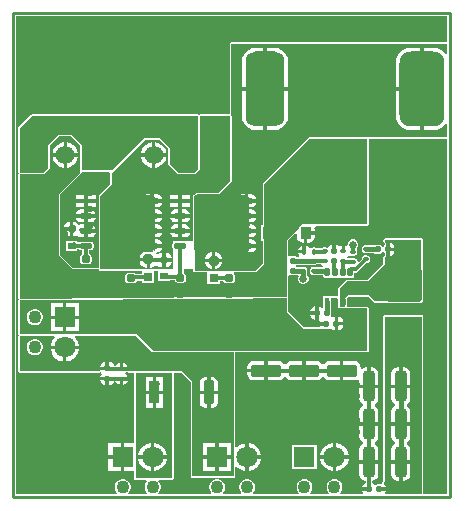
<source format=gtl>
G04*
G04 #@! TF.GenerationSoftware,Altium Limited,Altium Designer,24.6.1 (21)*
G04*
G04 Layer_Physical_Order=1*
G04 Layer_Color=255*
%FSLAX44Y44*%
%MOMM*%
G71*
G04*
G04 #@! TF.SameCoordinates,BDBC2BC3-1C69-4059-88BB-952B3CEC59DC*
G04*
G04*
G04 #@! TF.FilePolarity,Positive*
G04*
G01*
G75*
%ADD14C,0.2540*%
G04:AMPARAMS|DCode=17|XSize=3.3mm|YSize=6.35mm|CornerRadius=0.825mm|HoleSize=0mm|Usage=FLASHONLY|Rotation=0.000|XOffset=0mm|YOffset=0mm|HoleType=Round|Shape=RoundedRectangle|*
%AMROUNDEDRECTD17*
21,1,3.3000,4.7000,0,0,0.0*
21,1,1.6500,6.3500,0,0,0.0*
1,1,1.6500,0.8250,-2.3500*
1,1,1.6500,-0.8250,-2.3500*
1,1,1.6500,-0.8250,2.3500*
1,1,1.6500,0.8250,2.3500*
%
%ADD17ROUNDEDRECTD17*%
G04:AMPARAMS|DCode=18|XSize=3.81mm|YSize=6.35mm|CornerRadius=0.9525mm|HoleSize=0mm|Usage=FLASHONLY|Rotation=0.000|XOffset=0mm|YOffset=0mm|HoleType=Round|Shape=RoundedRectangle|*
%AMROUNDEDRECTD18*
21,1,3.8100,4.4450,0,0,0.0*
21,1,1.9050,6.3500,0,0,0.0*
1,1,1.9050,0.9525,-2.2225*
1,1,1.9050,-0.9525,-2.2225*
1,1,1.9050,-0.9525,2.2225*
1,1,1.9050,0.9525,2.2225*
%
%ADD18ROUNDEDRECTD18*%
%ADD19R,3.3000X4.0600*%
G04:AMPARAMS|DCode=20|XSize=0.54mm|YSize=0.5mm|CornerRadius=0.125mm|HoleSize=0mm|Usage=FLASHONLY|Rotation=180.000|XOffset=0mm|YOffset=0mm|HoleType=Round|Shape=RoundedRectangle|*
%AMROUNDEDRECTD20*
21,1,0.5400,0.2500,0,0,180.0*
21,1,0.2900,0.5000,0,0,180.0*
1,1,0.2500,-0.1450,0.1250*
1,1,0.2500,0.1450,0.1250*
1,1,0.2500,0.1450,-0.1250*
1,1,0.2500,-0.1450,-0.1250*
%
%ADD20ROUNDEDRECTD20*%
G04:AMPARAMS|DCode=21|XSize=0.45mm|YSize=0.4mm|CornerRadius=0.1mm|HoleSize=0mm|Usage=FLASHONLY|Rotation=180.000|XOffset=0mm|YOffset=0mm|HoleType=Round|Shape=RoundedRectangle|*
%AMROUNDEDRECTD21*
21,1,0.4500,0.2000,0,0,180.0*
21,1,0.2500,0.4000,0,0,180.0*
1,1,0.2000,-0.1250,0.1000*
1,1,0.2000,0.1250,0.1000*
1,1,0.2000,0.1250,-0.1000*
1,1,0.2000,-0.1250,-0.1000*
%
%ADD21ROUNDEDRECTD21*%
G04:AMPARAMS|DCode=22|XSize=2.6mm|YSize=1mm|CornerRadius=0.25mm|HoleSize=0mm|Usage=FLASHONLY|Rotation=270.000|XOffset=0mm|YOffset=0mm|HoleType=Round|Shape=RoundedRectangle|*
%AMROUNDEDRECTD22*
21,1,2.6000,0.5000,0,0,270.0*
21,1,2.1000,1.0000,0,0,270.0*
1,1,0.5000,-0.2500,-1.0500*
1,1,0.5000,-0.2500,1.0500*
1,1,0.5000,0.2500,1.0500*
1,1,0.5000,0.2500,-1.0500*
%
%ADD22ROUNDEDRECTD22*%
G04:AMPARAMS|DCode=23|XSize=0.54mm|YSize=0.5mm|CornerRadius=0.125mm|HoleSize=0mm|Usage=FLASHONLY|Rotation=270.000|XOffset=0mm|YOffset=0mm|HoleType=Round|Shape=RoundedRectangle|*
%AMROUNDEDRECTD23*
21,1,0.5400,0.2500,0,0,270.0*
21,1,0.2900,0.5000,0,0,270.0*
1,1,0.2500,-0.1250,-0.1450*
1,1,0.2500,-0.1250,0.1450*
1,1,0.2500,0.1250,0.1450*
1,1,0.2500,0.1250,-0.1450*
%
%ADD23ROUNDEDRECTD23*%
G04:AMPARAMS|DCode=24|XSize=3.05mm|YSize=2.8mm|CornerRadius=0.14mm|HoleSize=0mm|Usage=FLASHONLY|Rotation=0.000|XOffset=0mm|YOffset=0mm|HoleType=Round|Shape=RoundedRectangle|*
%AMROUNDEDRECTD24*
21,1,3.0500,2.5200,0,0,0.0*
21,1,2.7700,2.8000,0,0,0.0*
1,1,0.2800,1.3850,-1.2600*
1,1,0.2800,-1.3850,-1.2600*
1,1,0.2800,-1.3850,1.2600*
1,1,0.2800,1.3850,1.2600*
%
%ADD24ROUNDEDRECTD24*%
G04:AMPARAMS|DCode=25|XSize=0.45mm|YSize=0.75mm|CornerRadius=0.1125mm|HoleSize=0mm|Usage=FLASHONLY|Rotation=180.000|XOffset=0mm|YOffset=0mm|HoleType=Round|Shape=RoundedRectangle|*
%AMROUNDEDRECTD25*
21,1,0.4500,0.5250,0,0,180.0*
21,1,0.2250,0.7500,0,0,180.0*
1,1,0.2250,-0.1125,0.2625*
1,1,0.2250,0.1125,0.2625*
1,1,0.2250,0.1125,-0.2625*
1,1,0.2250,-0.1125,-0.2625*
%
%ADD25ROUNDEDRECTD25*%
%ADD26R,0.4500X0.7500*%
G04:AMPARAMS|DCode=27|XSize=0.45mm|YSize=0.4mm|CornerRadius=0.1mm|HoleSize=0mm|Usage=FLASHONLY|Rotation=270.000|XOffset=0mm|YOffset=0mm|HoleType=Round|Shape=RoundedRectangle|*
%AMROUNDEDRECTD27*
21,1,0.4500,0.2000,0,0,270.0*
21,1,0.2500,0.4000,0,0,270.0*
1,1,0.2000,-0.1000,-0.1250*
1,1,0.2000,-0.1000,0.1250*
1,1,0.2000,0.1000,0.1250*
1,1,0.2000,0.1000,-0.1250*
%
%ADD27ROUNDEDRECTD27*%
G04:AMPARAMS|DCode=28|XSize=2.6mm|YSize=1mm|CornerRadius=0.25mm|HoleSize=0mm|Usage=FLASHONLY|Rotation=0.000|XOffset=0mm|YOffset=0mm|HoleType=Round|Shape=RoundedRectangle|*
%AMROUNDEDRECTD28*
21,1,2.6000,0.5000,0,0,0.0*
21,1,2.1000,1.0000,0,0,0.0*
1,1,0.5000,1.0500,-0.2500*
1,1,0.5000,-1.0500,-0.2500*
1,1,0.5000,-1.0500,0.2500*
1,1,0.5000,1.0500,0.2500*
%
%ADD28ROUNDEDRECTD28*%
%ADD29R,0.9000X1.1000*%
G04:AMPARAMS|DCode=30|XSize=1.1mm|YSize=0.9mm|CornerRadius=0.225mm|HoleSize=0mm|Usage=FLASHONLY|Rotation=90.000|XOffset=0mm|YOffset=0mm|HoleType=Round|Shape=RoundedRectangle|*
%AMROUNDEDRECTD30*
21,1,1.1000,0.4500,0,0,90.0*
21,1,0.6500,0.9000,0,0,90.0*
1,1,0.4500,0.2250,0.3250*
1,1,0.4500,0.2250,-0.3250*
1,1,0.4500,-0.2250,-0.3250*
1,1,0.4500,-0.2250,0.3250*
%
%ADD30ROUNDEDRECTD30*%
G04:AMPARAMS|DCode=31|XSize=2.5mm|YSize=1mm|CornerRadius=0.25mm|HoleSize=0mm|Usage=FLASHONLY|Rotation=0.000|XOffset=0mm|YOffset=0mm|HoleType=Round|Shape=RoundedRectangle|*
%AMROUNDEDRECTD31*
21,1,2.5000,0.5000,0,0,0.0*
21,1,2.0000,1.0000,0,0,0.0*
1,1,0.5000,1.0000,-0.2500*
1,1,0.5000,-1.0000,-0.2500*
1,1,0.5000,-1.0000,0.2500*
1,1,0.5000,1.0000,0.2500*
%
%ADD31ROUNDEDRECTD31*%
G04:AMPARAMS|DCode=32|XSize=0.75mm|YSize=0.6mm|CornerRadius=0.15mm|HoleSize=0mm|Usage=FLASHONLY|Rotation=180.000|XOffset=0mm|YOffset=0mm|HoleType=Round|Shape=RoundedRectangle|*
%AMROUNDEDRECTD32*
21,1,0.7500,0.3000,0,0,180.0*
21,1,0.4500,0.6000,0,0,180.0*
1,1,0.3000,-0.2250,0.1500*
1,1,0.3000,0.2250,0.1500*
1,1,0.3000,0.2250,-0.1500*
1,1,0.3000,-0.2250,-0.1500*
%
%ADD32ROUNDEDRECTD32*%
%ADD33R,0.7000X0.6000*%
G04:AMPARAMS|DCode=34|XSize=0.7mm|YSize=0.6mm|CornerRadius=0.15mm|HoleSize=0mm|Usage=FLASHONLY|Rotation=180.000|XOffset=0mm|YOffset=0mm|HoleType=Round|Shape=RoundedRectangle|*
%AMROUNDEDRECTD34*
21,1,0.7000,0.3000,0,0,180.0*
21,1,0.4000,0.6000,0,0,180.0*
1,1,0.3000,-0.2000,0.1500*
1,1,0.3000,0.2000,0.1500*
1,1,0.3000,0.2000,-0.1500*
1,1,0.3000,-0.2000,-0.1500*
%
%ADD34ROUNDEDRECTD34*%
G04:AMPARAMS|DCode=35|XSize=3.25mm|YSize=1.95mm|CornerRadius=0.25mm|HoleSize=0mm|Usage=FLASHONLY|Rotation=180.000|XOffset=0mm|YOffset=0mm|HoleType=Round|Shape=RoundedRectangle|*
%AMROUNDEDRECTD35*
21,1,3.2500,1.4500,0,0,180.0*
21,1,2.7500,1.9500,0,0,180.0*
1,1,0.5000,-1.3750,0.7250*
1,1,0.5000,1.3750,0.7250*
1,1,0.5000,1.3750,-0.7250*
1,1,0.5000,-1.3750,-0.7250*
%
%ADD35ROUNDEDRECTD35*%
G04:AMPARAMS|DCode=36|XSize=0.9mm|YSize=1.95mm|CornerRadius=0.11mm|HoleSize=0mm|Usage=FLASHONLY|Rotation=180.000|XOffset=0mm|YOffset=0mm|HoleType=Round|Shape=RoundedRectangle|*
%AMROUNDEDRECTD36*
21,1,0.9000,1.7300,0,0,180.0*
21,1,0.6800,1.9500,0,0,180.0*
1,1,0.2200,-0.3400,0.8650*
1,1,0.2200,0.3400,0.8650*
1,1,0.2200,0.3400,-0.8650*
1,1,0.2200,-0.3400,-0.8650*
%
%ADD36ROUNDEDRECTD36*%
%ADD37R,0.9000X1.9500*%
G04:AMPARAMS|DCode=38|XSize=0.45mm|YSize=1.05mm|CornerRadius=0.1125mm|HoleSize=0mm|Usage=FLASHONLY|Rotation=90.000|XOffset=0mm|YOffset=0mm|HoleType=Round|Shape=RoundedRectangle|*
%AMROUNDEDRECTD38*
21,1,0.4500,0.8250,0,0,90.0*
21,1,0.2250,1.0500,0,0,90.0*
1,1,0.2250,0.4125,0.1125*
1,1,0.2250,0.4125,-0.1125*
1,1,0.2250,-0.4125,-0.1125*
1,1,0.2250,-0.4125,0.1125*
%
%ADD38ROUNDEDRECTD38*%
%ADD39R,1.0500X0.4500*%
G04:AMPARAMS|DCode=40|XSize=4.7mm|YSize=4.5mm|CornerRadius=0.1125mm|HoleSize=0mm|Usage=FLASHONLY|Rotation=270.000|XOffset=0mm|YOffset=0mm|HoleType=Round|Shape=RoundedRectangle|*
%AMROUNDEDRECTD40*
21,1,4.7000,4.2750,0,0,270.0*
21,1,4.4750,4.5000,0,0,270.0*
1,1,0.2250,-2.1375,-2.2375*
1,1,0.2250,-2.1375,2.2375*
1,1,0.2250,2.1375,2.2375*
1,1,0.2250,2.1375,-2.2375*
%
%ADD40ROUNDEDRECTD40*%
G04:AMPARAMS|DCode=41|XSize=0.8mm|YSize=0.8mm|CornerRadius=0.2mm|HoleSize=0mm|Usage=FLASHONLY|Rotation=90.000|XOffset=0mm|YOffset=0mm|HoleType=Round|Shape=RoundedRectangle|*
%AMROUNDEDRECTD41*
21,1,0.8000,0.4000,0,0,90.0*
21,1,0.4000,0.8000,0,0,90.0*
1,1,0.4000,0.2000,0.2000*
1,1,0.4000,0.2000,-0.2000*
1,1,0.4000,-0.2000,-0.2000*
1,1,0.4000,-0.2000,0.2000*
%
%ADD41ROUNDEDRECTD41*%
%ADD42R,0.8000X0.8000*%
%ADD71C,1.1000*%
%ADD77C,0.0500*%
%ADD78C,0.3000*%
%ADD79C,0.3810*%
%ADD80C,1.8000*%
%ADD81R,1.8000X1.8000*%
%ADD82C,1.5748*%
%ADD83R,1.5748X1.5748*%
%ADD84R,1.8000X1.8000*%
%ADD85C,0.4500*%
%ADD86C,0.6500*%
%ADD87C,0.6000*%
G36*
X890451Y1961597D02*
X889201Y1961172D01*
X887908Y1962858D01*
X885292Y1964866D01*
X882245Y1966128D01*
X878975Y1966558D01*
X870950D01*
Y1931700D01*
Y1896842D01*
X878975D01*
X882245Y1897272D01*
X885292Y1898534D01*
X887908Y1900542D01*
X889201Y1902227D01*
X890451Y1901803D01*
Y1891000D01*
X774000D01*
X734500Y1851500D01*
Y1816750D01*
X733250D01*
Y1803250D01*
X734500D01*
Y1784500D01*
X728000Y1778000D01*
X677000D01*
Y1840841D01*
X678806Y1842647D01*
X697000D01*
X697957Y1843043D01*
X707957Y1853043D01*
X708353Y1854000D01*
Y1909000D01*
X708000Y1909852D01*
Y1970000D01*
X890451D01*
Y1961597D01*
D02*
G37*
G36*
Y1971353D02*
X708000D01*
X707043Y1970957D01*
X706647Y1970000D01*
Y1910353D01*
X681353D01*
X680676Y1910073D01*
X680000Y1910353D01*
X539000D01*
X538043Y1909957D01*
X528043Y1899957D01*
X527647Y1899000D01*
Y1861000D01*
X527927Y1860324D01*
X527647Y1859647D01*
Y1755036D01*
X527648Y1755033D01*
X527647Y1755031D01*
X527679Y1754955D01*
X528036Y1753776D01*
X528036Y1753745D01*
X527843Y1753269D01*
X527647Y1752796D01*
Y1724000D01*
X527927Y1723324D01*
X527647Y1722647D01*
Y1693000D01*
X528043Y1692043D01*
X529000Y1691647D01*
X596519D01*
X596584Y1691674D01*
X596652Y1691653D01*
X597054Y1691869D01*
X597188Y1691924D01*
X597737Y1691771D01*
X597842Y1691637D01*
X598193Y1690399D01*
X598186Y1690365D01*
X597547Y1689408D01*
X597267Y1688000D01*
X603000D01*
Y1686500D01*
X604500D01*
Y1680927D01*
X606108Y1681247D01*
X607514Y1682186D01*
X608453Y1683592D01*
X608595Y1684305D01*
X609870Y1684305D01*
X609982Y1683739D01*
X610866Y1682416D01*
X612189Y1681532D01*
X613500Y1681271D01*
Y1686300D01*
X615000D01*
Y1687800D01*
X620229D01*
X620018Y1688861D01*
X619134Y1690184D01*
X618366Y1690697D01*
X618745Y1691947D01*
X620261D01*
X620450Y1691869D01*
X620852Y1691653D01*
X620920Y1691674D01*
X620985Y1691647D01*
X625647D01*
Y1632000D01*
X617500D01*
Y1620000D01*
Y1608000D01*
X625647D01*
Y1602000D01*
X626043Y1601043D01*
X627000Y1600647D01*
X636133D01*
X636651Y1599397D01*
X635999Y1598745D01*
X635110Y1597205D01*
X634650Y1595489D01*
Y1593711D01*
X635110Y1591995D01*
X635999Y1590455D01*
X636655Y1589799D01*
X636137Y1588549D01*
X621263D01*
X620745Y1589799D01*
X621401Y1590455D01*
X622290Y1591995D01*
X622750Y1593711D01*
Y1595489D01*
X622290Y1597205D01*
X621401Y1598745D01*
X620145Y1600001D01*
X618605Y1600890D01*
X616889Y1601350D01*
X615111D01*
X613395Y1600890D01*
X611855Y1600001D01*
X610599Y1598745D01*
X609710Y1597205D01*
X609250Y1595489D01*
Y1593711D01*
X609710Y1591995D01*
X610599Y1590455D01*
X611255Y1589799D01*
X610737Y1588549D01*
X525549D01*
Y1993451D01*
X890451D01*
Y1971353D01*
D02*
G37*
G36*
X680000Y1864000D02*
X677000Y1861000D01*
X663000Y1861000D01*
X656000Y1868000D01*
Y1882000D01*
X648000Y1890000D01*
X634000D01*
X607000Y1863000D01*
X582000D01*
Y1884000D01*
X573000Y1893000D01*
X562000D01*
X553000Y1884000D01*
Y1865000D01*
X549000Y1861000D01*
X529000Y1861000D01*
Y1899000D01*
X539000Y1909000D01*
X680000D01*
Y1864000D01*
D02*
G37*
G36*
X707000Y1854000D02*
X697000Y1844000D01*
X678000D01*
X676338Y1842338D01*
X676233Y1842267D01*
X676162Y1842162D01*
X676000Y1842000D01*
Y1841920D01*
X675652Y1841399D01*
X675515Y1840710D01*
X675376Y1840375D01*
Y1803000D01*
X659000D01*
Y1801912D01*
X658813Y1801787D01*
X658288Y1801002D01*
X658103Y1800075D01*
Y1797825D01*
X658288Y1796898D01*
X658813Y1796113D01*
X659000Y1795988D01*
Y1779000D01*
X597250D01*
Y1841171D01*
X607000Y1850921D01*
X607000Y1861000D01*
X634647Y1888647D01*
X647440D01*
X654647Y1881440D01*
Y1868000D01*
X655043Y1867043D01*
X662043Y1860043D01*
X663000Y1859647D01*
X677000Y1859647D01*
X677957Y1860044D01*
X680957Y1863043D01*
X681353Y1864000D01*
Y1909000D01*
X707000D01*
Y1854000D01*
D02*
G37*
G36*
X580000Y1884087D02*
X580000Y1865000D01*
Y1861000D01*
X562000Y1843000D01*
Y1790750D01*
X573750Y1779000D01*
X595897D01*
X596293Y1778043D01*
X597250Y1777647D01*
X632500D01*
Y1774929D01*
X627436D01*
X627233Y1775233D01*
X626323Y1775840D01*
X625250Y1776054D01*
X620750D01*
X619677Y1775840D01*
X618767Y1775233D01*
X618159Y1774323D01*
X617946Y1773250D01*
Y1770250D01*
X618159Y1769177D01*
X618767Y1768267D01*
X619677Y1767660D01*
X620750Y1767446D01*
X625250D01*
X626323Y1767660D01*
X627233Y1768267D01*
X627840Y1769177D01*
X627869Y1769321D01*
X632500D01*
Y1767250D01*
X643000D01*
Y1777647D01*
X645164D01*
X646249Y1777250D01*
Y1768750D01*
X655749D01*
Y1769696D01*
X660106D01*
X660160Y1769427D01*
X660767Y1768517D01*
X661677Y1767910D01*
X662750Y1767696D01*
X667250D01*
X668323Y1767910D01*
X669233Y1768517D01*
X669840Y1769427D01*
X670054Y1770500D01*
Y1773500D01*
X669840Y1774573D01*
X669233Y1775483D01*
X668323Y1776090D01*
X667629Y1776228D01*
Y1779000D01*
X675647D01*
Y1778000D01*
X676043Y1777043D01*
X677000Y1776647D01*
X687750D01*
Y1766250D01*
X698250D01*
Y1768821D01*
X701397D01*
X701767Y1768267D01*
X702677Y1767660D01*
X703750Y1767446D01*
X708250D01*
X709323Y1767660D01*
X710233Y1768267D01*
X710841Y1769177D01*
X711054Y1770250D01*
Y1773250D01*
X710841Y1774323D01*
X710233Y1775233D01*
X709987Y1775397D01*
X710366Y1776647D01*
X728000D01*
X728957Y1777043D01*
X735457Y1783543D01*
X735853Y1784500D01*
Y1785853D01*
X736000Y1786000D01*
Y1851086D01*
X774560Y1889647D01*
X823000D01*
Y1817000D01*
X768000D01*
X767587Y1816587D01*
X767384Y1816547D01*
X766227Y1815773D01*
X765453Y1814616D01*
X765413Y1814413D01*
X755000Y1804000D01*
X755000Y1767696D01*
Y1755898D01*
X742996D01*
X742990Y1755896D01*
X742984Y1755898D01*
X709479Y1755624D01*
X709124Y1755474D01*
X709059Y1755487D01*
X708117Y1755299D01*
X703883D01*
X702941Y1755487D01*
X702836Y1755466D01*
X702583Y1755568D01*
X529888Y1754156D01*
X529000Y1755036D01*
Y1859647D01*
X549000Y1859647D01*
X549957Y1860043D01*
X553957Y1864043D01*
X554353Y1865000D01*
Y1883439D01*
X562560Y1891647D01*
X572439D01*
X580000Y1884087D01*
D02*
G37*
G36*
X890451Y1588549D02*
X870603D01*
Y1739000D01*
X870207Y1739957D01*
X869250Y1740353D01*
X838000D01*
X837043Y1739957D01*
X836647Y1739000D01*
Y1599930D01*
X836531Y1599650D01*
X836320Y1599393D01*
X835941Y1598143D01*
X835963Y1597926D01*
X835903Y1597806D01*
X835445Y1597265D01*
X834902Y1597005D01*
X834805Y1596978D01*
X834450Y1597049D01*
X831950D01*
X830975Y1596855D01*
X830838Y1596764D01*
X830123Y1596324D01*
X829236Y1597082D01*
X828914Y1597564D01*
X827508Y1598503D01*
X826810Y1598642D01*
X826933Y1599892D01*
X827000D01*
X829146Y1600319D01*
X830965Y1601535D01*
X832181Y1603354D01*
X832608Y1605500D01*
Y1614500D01*
X824500D01*
X816392D01*
Y1605500D01*
X816819Y1603354D01*
X818035Y1601535D01*
X819854Y1600319D01*
X822000Y1599892D01*
X822267D01*
X822390Y1598642D01*
X821692Y1598503D01*
X820286Y1597564D01*
X819347Y1596158D01*
X819027Y1594550D01*
X824600D01*
Y1591550D01*
X819027D01*
X819347Y1589942D01*
X819541Y1589651D01*
X818951Y1588549D01*
X800663D01*
X800145Y1589799D01*
X800801Y1590455D01*
X801690Y1591995D01*
X802150Y1593711D01*
Y1595489D01*
X801690Y1597205D01*
X800801Y1598745D01*
X799545Y1600001D01*
X798005Y1600890D01*
X796289Y1601350D01*
X794511D01*
X792795Y1600890D01*
X791255Y1600001D01*
X789999Y1598745D01*
X789110Y1597205D01*
X788650Y1595489D01*
Y1593711D01*
X789110Y1591995D01*
X789999Y1590455D01*
X790655Y1589799D01*
X790137Y1588549D01*
X775263D01*
X774745Y1589799D01*
X775401Y1590455D01*
X776290Y1591995D01*
X776750Y1593711D01*
Y1595489D01*
X776290Y1597205D01*
X775401Y1598745D01*
X774145Y1600001D01*
X772605Y1600890D01*
X770889Y1601350D01*
X769111D01*
X767395Y1600890D01*
X765855Y1600001D01*
X764599Y1598745D01*
X763710Y1597205D01*
X763250Y1595489D01*
Y1593711D01*
X763710Y1591995D01*
X764599Y1590455D01*
X765255Y1589799D01*
X764737Y1588549D01*
X726663D01*
X726145Y1589799D01*
X726801Y1590455D01*
X727690Y1591995D01*
X728150Y1593711D01*
Y1595489D01*
X727690Y1597205D01*
X726801Y1598745D01*
X725545Y1600001D01*
X724005Y1600890D01*
X722289Y1601350D01*
X720511D01*
X718795Y1600890D01*
X717255Y1600001D01*
X715999Y1598745D01*
X715110Y1597205D01*
X714650Y1595489D01*
Y1593711D01*
X715110Y1591995D01*
X715999Y1590455D01*
X716655Y1589799D01*
X716137Y1588549D01*
X701263D01*
X700745Y1589799D01*
X701401Y1590455D01*
X702290Y1591995D01*
X702750Y1593711D01*
Y1595489D01*
X702290Y1597205D01*
X701401Y1598745D01*
X700145Y1600001D01*
X698605Y1600890D01*
X696889Y1601350D01*
X695111D01*
X693395Y1600890D01*
X691855Y1600001D01*
X690599Y1598745D01*
X689710Y1597205D01*
X689250Y1595489D01*
Y1593711D01*
X689710Y1591995D01*
X690599Y1590455D01*
X691255Y1589799D01*
X690738Y1588549D01*
X646663D01*
X646145Y1589799D01*
X646801Y1590455D01*
X647690Y1591995D01*
X648150Y1593711D01*
Y1595489D01*
X647690Y1597205D01*
X646801Y1598745D01*
X646149Y1599397D01*
X646667Y1600647D01*
X658000D01*
X658957Y1601043D01*
X659353Y1602000D01*
Y1691647D01*
X665440D01*
X673647Y1683440D01*
X673647Y1660696D01*
X673647Y1660696D01*
Y1659304D01*
X673647Y1659304D01*
Y1655696D01*
X673647Y1655696D01*
Y1654304D01*
X673647Y1654304D01*
X673647Y1604000D01*
X674043Y1603043D01*
X675000Y1602647D01*
X710000D01*
X710957Y1603043D01*
X711353Y1604000D01*
Y1611309D01*
X712603Y1611826D01*
X714032Y1610398D01*
X716768Y1608818D01*
X719820Y1608000D01*
X719900D01*
Y1620000D01*
Y1632000D01*
X719820D01*
X716768Y1631182D01*
X714032Y1629602D01*
X712603Y1628174D01*
X711353Y1628691D01*
Y1708647D01*
X823000D01*
X823957Y1709043D01*
X824353Y1710000D01*
Y1746147D01*
X823957Y1747104D01*
X823000Y1747500D01*
X805853D01*
Y1754440D01*
X807060Y1755647D01*
X824439D01*
X829043Y1751043D01*
X830000Y1750647D01*
X869000D01*
X869957Y1751043D01*
X870353Y1752000D01*
Y1752400D01*
X870552Y1753400D01*
Y1778600D01*
X870353Y1779600D01*
Y1804000D01*
X869957Y1804957D01*
X869000Y1805353D01*
X838100D01*
X837143Y1804957D01*
X836747Y1804000D01*
Y1802520D01*
X836774Y1802455D01*
X836753Y1802387D01*
X836969Y1801985D01*
X837143Y1801563D01*
X837208Y1801536D01*
X837242Y1801474D01*
X837747Y1801059D01*
Y1799386D01*
X837548Y1799252D01*
X836995Y1798425D01*
X836937Y1798135D01*
X835663D01*
X835605Y1798425D01*
X835052Y1799252D01*
X834225Y1799805D01*
X833250Y1799999D01*
X830750D01*
X829775Y1799805D01*
X828948Y1799252D01*
X828924Y1799217D01*
X823638D01*
X823250Y1799294D01*
X820750D01*
X819872Y1799119D01*
X819128Y1798622D01*
X818631Y1797878D01*
X818456Y1797000D01*
Y1795000D01*
X818631Y1794122D01*
X819128Y1793378D01*
X819872Y1792881D01*
X820750Y1792706D01*
X823250D01*
X823638Y1792783D01*
X828924D01*
X828948Y1792748D01*
X829775Y1792195D01*
X830750Y1792001D01*
X833250D01*
X834225Y1792195D01*
X835052Y1792748D01*
X835605Y1793575D01*
X835663Y1793865D01*
X836937D01*
X836995Y1793575D01*
X837548Y1792748D01*
X837747Y1792614D01*
Y1790941D01*
X837242Y1790526D01*
X837208Y1790464D01*
X837143Y1790437D01*
X836969Y1790015D01*
X836753Y1789613D01*
X836774Y1789545D01*
X836747Y1789480D01*
Y1783703D01*
X823397Y1770353D01*
X806000D01*
X805043Y1769957D01*
X799043Y1763957D01*
X798647Y1763000D01*
Y1757331D01*
X797770Y1756363D01*
X797748Y1756346D01*
X792739Y1756305D01*
X792610Y1756250D01*
X785750D01*
Y1747211D01*
X785288Y1746900D01*
X784500Y1746657D01*
X783308Y1747453D01*
X781900Y1747733D01*
Y1742000D01*
Y1736266D01*
X782008Y1736288D01*
X783071Y1735225D01*
X782927Y1734500D01*
X788500D01*
Y1731500D01*
X782927D01*
X783006Y1731103D01*
X781980Y1729853D01*
X769601D01*
X756353Y1743101D01*
Y1754545D01*
X756073Y1755222D01*
X756353Y1755898D01*
Y1767696D01*
Y1773408D01*
X757574Y1774095D01*
X757603Y1774089D01*
X758550Y1773901D01*
X761450D01*
X762425Y1774095D01*
X763044Y1774508D01*
X764376D01*
X764660Y1774172D01*
X765065Y1773258D01*
X764500Y1771895D01*
Y1770105D01*
X765185Y1768451D01*
X766451Y1767185D01*
X768105Y1766500D01*
X769895D01*
X771549Y1767185D01*
X772815Y1768451D01*
X773500Y1770105D01*
Y1771895D01*
X772815Y1773549D01*
X772217Y1774147D01*
Y1775644D01*
X772369Y1775872D01*
X772544Y1776750D01*
Y1778750D01*
X772369Y1779628D01*
X771872Y1780372D01*
X771128Y1780869D01*
X770250Y1781044D01*
X767750D01*
X767236Y1780942D01*
X762969D01*
X762740Y1781095D01*
X762579Y1782207D01*
X762636Y1782538D01*
X763221Y1783033D01*
X767362D01*
X767750Y1782956D01*
X770250D01*
X770638Y1783033D01*
X776362D01*
X776750Y1782956D01*
X779250D01*
X780128Y1783130D01*
X780600Y1783446D01*
X783915D01*
X784128Y1783128D01*
X784872Y1782630D01*
X785013Y1782603D01*
X785560Y1781241D01*
X785357Y1780967D01*
X779638D01*
X779250Y1781044D01*
X776750D01*
X775872Y1780869D01*
X775128Y1780372D01*
X774631Y1779628D01*
X774456Y1778750D01*
Y1776750D01*
X774631Y1775872D01*
X775128Y1775128D01*
X775872Y1774630D01*
X776750Y1774456D01*
X779250D01*
X779638Y1774533D01*
X785704D01*
Y1774125D01*
X785888Y1773198D01*
X786413Y1772413D01*
X787198Y1771888D01*
X788125Y1771703D01*
X790375D01*
X791302Y1771888D01*
X791619Y1772099D01*
X792500Y1772313D01*
X793381Y1772099D01*
X793698Y1771888D01*
X794625Y1771703D01*
X796875D01*
X797802Y1771888D01*
X798119Y1772099D01*
X799000Y1772313D01*
X799881Y1772099D01*
X800198Y1771888D01*
X801125Y1771703D01*
X803375D01*
X804302Y1771888D01*
X804619Y1772099D01*
X805500Y1772313D01*
X806381Y1772099D01*
X806698Y1771888D01*
X807625Y1771703D01*
X809875D01*
X810802Y1771888D01*
X811587Y1772413D01*
X812112Y1773198D01*
X812297Y1774125D01*
Y1776196D01*
X813250D01*
X814323Y1776409D01*
X815233Y1777017D01*
X822421Y1784206D01*
X823250D01*
X824128Y1784380D01*
X824872Y1784878D01*
X825369Y1785622D01*
X825544Y1786500D01*
Y1788500D01*
X825369Y1789378D01*
X824872Y1790122D01*
X824128Y1790619D01*
X823250Y1790794D01*
X820750D01*
X819872Y1790619D01*
X819128Y1790122D01*
X818631Y1789378D01*
X818456Y1788500D01*
Y1788171D01*
X815794Y1785509D01*
X814544Y1786027D01*
Y1786500D01*
X814369Y1787378D01*
X813872Y1788122D01*
X813128Y1788619D01*
X812250Y1788794D01*
X809750D01*
X808872Y1788619D01*
X808587Y1788429D01*
X806435D01*
X806117Y1789632D01*
X806136Y1789699D01*
X807134Y1790366D01*
X807274Y1790576D01*
X808872Y1790880D01*
X809750Y1790706D01*
X812250D01*
X813128Y1790880D01*
X813872Y1791378D01*
X814369Y1792122D01*
X814544Y1793000D01*
Y1795000D01*
X814369Y1795878D01*
X813918Y1796554D01*
X814815Y1797451D01*
X815500Y1799105D01*
Y1800895D01*
X814815Y1802549D01*
X813549Y1803815D01*
X811895Y1804500D01*
X810105D01*
X808451Y1803815D01*
X807185Y1802549D01*
X806500Y1800895D01*
Y1800058D01*
X806369Y1799861D01*
X805250Y1799129D01*
X804500Y1799279D01*
Y1794250D01*
X801500D01*
Y1799279D01*
X800189Y1799018D01*
X799536Y1798581D01*
X799514Y1798614D01*
X798108Y1799553D01*
X796500Y1799873D01*
Y1794300D01*
X793500D01*
Y1799873D01*
X791892Y1799553D01*
X790486Y1798614D01*
X790186Y1798166D01*
X789128Y1797370D01*
X788250Y1797544D01*
X785750D01*
X784872Y1797370D01*
X784128Y1796872D01*
X784082Y1796804D01*
X780918D01*
X780872Y1796872D01*
X780128Y1797369D01*
X779250Y1797544D01*
X777250D01*
X776372Y1797369D01*
X775762Y1796962D01*
X775398Y1796918D01*
X774301Y1797136D01*
X773634Y1798134D01*
X772311Y1799018D01*
X771250Y1799229D01*
Y1794000D01*
X769750D01*
Y1792500D01*
X764721D01*
X764982Y1791189D01*
X765298Y1790717D01*
X764630Y1789467D01*
X763081D01*
X762425Y1789905D01*
X761450Y1790099D01*
X758550D01*
X757603Y1789911D01*
X757574Y1789905D01*
X756353Y1790592D01*
Y1803440D01*
X762242Y1809329D01*
X763397Y1808851D01*
Y1806750D01*
X763805Y1804702D01*
X764965Y1802965D01*
X766702Y1801805D01*
X768750Y1801397D01*
X769500D01*
Y1810000D01*
X771000D01*
Y1811500D01*
X778603D01*
Y1813250D01*
X778375Y1814397D01*
X779352Y1815647D01*
X823000D01*
X823957Y1816043D01*
X824353Y1817000D01*
Y1889647D01*
X890451D01*
Y1588549D01*
D02*
G37*
G36*
X869000Y1752000D02*
X830000D01*
X825000Y1757000D01*
X806500D01*
X804500Y1755000D01*
Y1747500D01*
X800000D01*
X800000Y1763000D01*
X806000Y1769000D01*
X823957D01*
X838100Y1783143D01*
Y1789480D01*
X839066Y1790273D01*
X839100Y1790267D01*
Y1796000D01*
Y1801734D01*
X839066Y1801727D01*
X838100Y1802520D01*
Y1804000D01*
X869000D01*
Y1752000D01*
D02*
G37*
G36*
X605647Y1860397D02*
X605647Y1851481D01*
X596293Y1842127D01*
X596138Y1841752D01*
X595902Y1841399D01*
X595765Y1840710D01*
X595626Y1840375D01*
Y1795625D01*
X595765Y1795290D01*
X595897Y1794627D01*
Y1780353D01*
X574310D01*
X563353Y1791310D01*
Y1842440D01*
X580957Y1860043D01*
X581198Y1860626D01*
X582000Y1861647D01*
X604665D01*
X605647Y1860397D01*
D02*
G37*
G36*
X798647Y1754113D02*
Y1746147D01*
X800000D01*
X800000Y1746147D01*
X804500D01*
X804500Y1746147D01*
X823000D01*
Y1710000D01*
X642000D01*
X628000Y1724000D01*
X529000D01*
Y1752796D01*
X702594Y1754215D01*
X702677Y1754160D01*
X703750Y1753946D01*
X708250D01*
X709323Y1754160D01*
X709490Y1754271D01*
X742996Y1754545D01*
X755000D01*
Y1742541D01*
X769041Y1728500D01*
X792750D01*
X793732Y1727854D01*
X794192Y1727547D01*
X795600Y1727266D01*
Y1733000D01*
Y1738734D01*
X794192Y1738453D01*
X794000Y1738325D01*
X792750Y1738993D01*
Y1740304D01*
X792799Y1740550D01*
Y1743450D01*
X792750Y1743696D01*
Y1754952D01*
X797759Y1754993D01*
X798647Y1754113D01*
D02*
G37*
G36*
X641043Y1709043D02*
X642000Y1708647D01*
X710000D01*
Y1604000D01*
X675000D01*
X675000Y1654304D01*
X675000Y1654304D01*
Y1655696D01*
X675000Y1655696D01*
Y1659304D01*
X675000Y1659304D01*
Y1660696D01*
X675000Y1660696D01*
X675000Y1684000D01*
X666000Y1693000D01*
X620985D01*
X620739Y1693300D01*
X615000D01*
Y1694800D01*
X613500D01*
Y1699829D01*
X612189Y1699568D01*
X610866Y1698684D01*
X609982Y1697361D01*
X609919Y1697045D01*
X608645D01*
X608453Y1698008D01*
X607514Y1699414D01*
X606108Y1700353D01*
X604500Y1700673D01*
Y1695100D01*
X603000D01*
Y1693600D01*
X597011D01*
X596519Y1693000D01*
X529000D01*
Y1722647D01*
X557909D01*
X558427Y1721397D01*
X557398Y1720368D01*
X555818Y1717632D01*
X555000Y1714580D01*
Y1714500D01*
X567000D01*
X579000D01*
Y1714580D01*
X578182Y1717632D01*
X576602Y1720368D01*
X575574Y1721397D01*
X576091Y1722647D01*
X627440D01*
X641043Y1709043D01*
D02*
G37*
G36*
X658000Y1602000D02*
X627000D01*
Y1691647D01*
X658000D01*
Y1602000D01*
D02*
G37*
G36*
X869250Y1588549D02*
X838849D01*
X838259Y1589651D01*
X838454Y1589942D01*
X838773Y1591550D01*
X833200D01*
Y1594550D01*
X838773D01*
X838454Y1596158D01*
X837514Y1597564D01*
X837236Y1597750D01*
X837615Y1599000D01*
X838000D01*
Y1739000D01*
X869250D01*
Y1588549D01*
D02*
G37*
%LPC*%
G36*
X867950Y1966558D02*
X859925D01*
X856655Y1966128D01*
X853608Y1964866D01*
X850992Y1962858D01*
X848984Y1960242D01*
X847722Y1957195D01*
X847292Y1953925D01*
Y1933200D01*
X867950D01*
Y1966558D01*
D02*
G37*
G36*
X744800Y1966547D02*
X738050D01*
Y1933200D01*
X756147D01*
Y1955200D01*
X755760Y1958137D01*
X754627Y1960874D01*
X752823Y1963224D01*
X750473Y1965027D01*
X747737Y1966160D01*
X744800Y1966547D01*
D02*
G37*
G36*
X735050D02*
X728300D01*
X725363Y1966160D01*
X722626Y1965027D01*
X720276Y1963224D01*
X718473Y1960874D01*
X717339Y1958137D01*
X716953Y1955200D01*
Y1933200D01*
X735050D01*
Y1966547D01*
D02*
G37*
G36*
X756147Y1930200D02*
X738050D01*
Y1896853D01*
X744800D01*
X747737Y1897240D01*
X750473Y1898373D01*
X752823Y1900176D01*
X754627Y1902526D01*
X755760Y1905263D01*
X756147Y1908200D01*
Y1930200D01*
D02*
G37*
G36*
X735050D02*
X716953D01*
Y1908200D01*
X717339Y1905263D01*
X718473Y1902526D01*
X720276Y1900176D01*
X722626Y1898373D01*
X725363Y1897240D01*
X728300Y1896853D01*
X735050D01*
Y1930200D01*
D02*
G37*
G36*
X867950D02*
X847292D01*
Y1909475D01*
X847722Y1906205D01*
X848984Y1903158D01*
X850992Y1900542D01*
X853608Y1898534D01*
X856655Y1897272D01*
X859925Y1896842D01*
X867950D01*
Y1930200D01*
D02*
G37*
G36*
X724975Y1842381D02*
X722350D01*
Y1838550D01*
X729106D01*
X728861Y1839785D01*
X727949Y1841149D01*
X726584Y1842061D01*
X724975Y1842381D01*
D02*
G37*
G36*
X719350D02*
X716725D01*
X715116Y1842061D01*
X713751Y1841149D01*
X712839Y1839785D01*
X712594Y1838550D01*
X719350D01*
Y1842381D01*
D02*
G37*
G36*
X729106Y1835550D02*
X722350D01*
Y1831719D01*
X724975D01*
X726584Y1832039D01*
X727949Y1832951D01*
X728861Y1834315D01*
X729106Y1835550D01*
D02*
G37*
G36*
X719350D02*
X712594D01*
X712839Y1834315D01*
X713751Y1832951D01*
X715116Y1832039D01*
X716725Y1831719D01*
X719350D01*
Y1835550D01*
D02*
G37*
G36*
X724975Y1829681D02*
X722350D01*
Y1825850D01*
X729106D01*
X728861Y1827085D01*
X727949Y1828449D01*
X726584Y1829361D01*
X724975Y1829681D01*
D02*
G37*
G36*
X719350D02*
X716725D01*
X715116Y1829361D01*
X713751Y1828449D01*
X712839Y1827085D01*
X712594Y1825850D01*
X719350D01*
Y1829681D01*
D02*
G37*
G36*
X729106Y1822850D02*
X722350D01*
Y1819019D01*
X724975D01*
X726584Y1819339D01*
X727949Y1820251D01*
X728861Y1821615D01*
X729106Y1822850D01*
D02*
G37*
G36*
X719350D02*
X712594D01*
X712839Y1821615D01*
X713751Y1820251D01*
X715116Y1819339D01*
X716725Y1819019D01*
X719350D01*
Y1822850D01*
D02*
G37*
G36*
X724975Y1816981D02*
X722350D01*
Y1813150D01*
X729106D01*
X728861Y1814384D01*
X727949Y1815749D01*
X726584Y1816661D01*
X724975Y1816981D01*
D02*
G37*
G36*
X719350D02*
X716725D01*
X715116Y1816661D01*
X713751Y1815749D01*
X712839Y1814384D01*
X712594Y1813150D01*
X719350D01*
Y1816981D01*
D02*
G37*
G36*
X729106Y1810150D02*
X722350D01*
Y1806319D01*
X724975D01*
X726584Y1806639D01*
X727949Y1807551D01*
X728861Y1808916D01*
X729106Y1810150D01*
D02*
G37*
G36*
X719350D02*
X712594D01*
X712839Y1808916D01*
X713751Y1807551D01*
X715116Y1806639D01*
X716725Y1806319D01*
X719350D01*
Y1810150D01*
D02*
G37*
G36*
X724975Y1804281D02*
X722350D01*
Y1800450D01*
X729106D01*
X728861Y1801685D01*
X727949Y1803049D01*
X726584Y1803961D01*
X724975Y1804281D01*
D02*
G37*
G36*
X719350D02*
X716725D01*
X715116Y1803961D01*
X713751Y1803049D01*
X712839Y1801685D01*
X712594Y1800450D01*
X719350D01*
Y1804281D01*
D02*
G37*
G36*
X729106Y1797450D02*
X722350D01*
Y1793619D01*
X724975D01*
X726584Y1793939D01*
X727949Y1794851D01*
X728861Y1796216D01*
X729106Y1797450D01*
D02*
G37*
G36*
X719350D02*
X712594D01*
X712839Y1796216D01*
X713751Y1794851D01*
X715116Y1793939D01*
X716725Y1793619D01*
X719350D01*
Y1797450D01*
D02*
G37*
G36*
X695000Y1793598D02*
X694500D01*
Y1788000D01*
X700098D01*
Y1788500D01*
X699710Y1790451D01*
X698605Y1792105D01*
X696951Y1793210D01*
X695000Y1793598D01*
D02*
G37*
G36*
X691500D02*
X691000D01*
X689049Y1793210D01*
X687395Y1792105D01*
X686290Y1790451D01*
X685902Y1788500D01*
Y1788000D01*
X691500D01*
Y1793598D01*
D02*
G37*
G36*
X700098Y1785000D02*
X694500D01*
Y1779402D01*
X695000D01*
X696951Y1779790D01*
X698605Y1780895D01*
X699710Y1782549D01*
X700098Y1784500D01*
Y1785000D01*
D02*
G37*
G36*
X691500D02*
X685902D01*
Y1784500D01*
X686290Y1782549D01*
X687395Y1780895D01*
X689049Y1779790D01*
X691000Y1779402D01*
X691500D01*
Y1785000D01*
D02*
G37*
G36*
X620229Y1684800D02*
X616500D01*
Y1681271D01*
X617811Y1681532D01*
X619134Y1682416D01*
X620018Y1683739D01*
X620229Y1684800D01*
D02*
G37*
G36*
X601500Y1685000D02*
X597266D01*
X597547Y1683592D01*
X598486Y1682186D01*
X599892Y1681247D01*
X601500Y1680927D01*
Y1685000D01*
D02*
G37*
G36*
X614500Y1632000D02*
X604000D01*
Y1621500D01*
X614500D01*
Y1632000D01*
D02*
G37*
G36*
Y1618500D02*
X604000D01*
Y1608000D01*
X614500D01*
Y1618500D01*
D02*
G37*
G36*
X643700Y1886856D02*
Y1877500D01*
X653056D01*
X652333Y1880197D01*
X650901Y1882677D01*
X648877Y1884701D01*
X646397Y1886133D01*
X643700Y1886856D01*
D02*
G37*
G36*
X640700Y1886856D02*
X638003Y1886133D01*
X635523Y1884701D01*
X633499Y1882677D01*
X632067Y1880197D01*
X631344Y1877500D01*
X640700D01*
Y1886856D01*
D02*
G37*
G36*
Y1874500D02*
X631344D01*
X632067Y1871803D01*
X633499Y1869323D01*
X635523Y1867299D01*
X638003Y1865867D01*
X640700Y1865144D01*
Y1874500D01*
D02*
G37*
G36*
X653056D02*
X643700D01*
Y1865144D01*
X646397Y1865867D01*
X648877Y1867299D01*
X650901Y1869323D01*
X652333Y1871803D01*
X653056Y1874500D01*
D02*
G37*
G36*
X645225Y1842381D02*
X642600D01*
Y1838550D01*
X649356D01*
X649111Y1839785D01*
X648199Y1841149D01*
X646834Y1842061D01*
X645225Y1842381D01*
D02*
G37*
G36*
X639600D02*
X636975D01*
X635365Y1842061D01*
X634001Y1841149D01*
X633089Y1839785D01*
X632844Y1838550D01*
X639600D01*
Y1842381D01*
D02*
G37*
G36*
X672900Y1842300D02*
X666150D01*
Y1838550D01*
X672900D01*
Y1842300D01*
D02*
G37*
G36*
X663150D02*
X656400D01*
Y1838550D01*
X663150D01*
Y1842300D01*
D02*
G37*
G36*
X672900Y1835550D02*
X666150D01*
Y1831800D01*
X672900D01*
Y1835550D01*
D02*
G37*
G36*
X663150D02*
X656400D01*
Y1831800D01*
X663150D01*
Y1835550D01*
D02*
G37*
G36*
X649356Y1835550D02*
X642600D01*
Y1831719D01*
X645225D01*
X646834Y1832039D01*
X648199Y1832951D01*
X649111Y1834315D01*
X649356Y1835550D01*
D02*
G37*
G36*
X639600D02*
X632844D01*
X633089Y1834315D01*
X634001Y1832951D01*
X635365Y1832039D01*
X636975Y1831719D01*
X639600D01*
Y1835550D01*
D02*
G37*
G36*
X645225Y1829681D02*
X642600D01*
Y1825850D01*
X649356D01*
X649111Y1827085D01*
X648199Y1828449D01*
X646834Y1829361D01*
X645225Y1829681D01*
D02*
G37*
G36*
X639600D02*
X636975D01*
X635365Y1829361D01*
X634001Y1828449D01*
X633089Y1827085D01*
X632844Y1825850D01*
X639600D01*
Y1829681D01*
D02*
G37*
G36*
X668775D02*
X666150D01*
Y1825850D01*
X672906D01*
X672661Y1827085D01*
X671749Y1828449D01*
X670385Y1829361D01*
X668775Y1829681D01*
D02*
G37*
G36*
X663150D02*
X660525D01*
X658915Y1829361D01*
X657551Y1828449D01*
X656639Y1827085D01*
X656394Y1825850D01*
X663150D01*
Y1829681D01*
D02*
G37*
G36*
X672906Y1822850D02*
X666150D01*
Y1819019D01*
X668775D01*
X670385Y1819339D01*
X671749Y1820251D01*
X672661Y1821615D01*
X672906Y1822850D01*
D02*
G37*
G36*
X663150D02*
X656394D01*
X656639Y1821615D01*
X657551Y1820251D01*
X658915Y1819339D01*
X660525Y1819019D01*
X663150D01*
Y1822850D01*
D02*
G37*
G36*
X649356Y1822850D02*
X642600D01*
Y1819019D01*
X645225D01*
X646834Y1819339D01*
X648199Y1820251D01*
X649111Y1821615D01*
X649356Y1822850D01*
D02*
G37*
G36*
X639600D02*
X632844D01*
X633089Y1821615D01*
X634001Y1820251D01*
X635365Y1819339D01*
X636975Y1819019D01*
X639600D01*
Y1822850D01*
D02*
G37*
G36*
X645225Y1816981D02*
X642600D01*
Y1813150D01*
X649356D01*
X649111Y1814384D01*
X648199Y1815749D01*
X646834Y1816661D01*
X645225Y1816981D01*
D02*
G37*
G36*
X639600D02*
X636975D01*
X635365Y1816661D01*
X634001Y1815749D01*
X633089Y1814384D01*
X632844Y1813150D01*
X639600D01*
Y1816981D01*
D02*
G37*
G36*
X668775D02*
X666150D01*
Y1813150D01*
X672906D01*
X672661Y1814384D01*
X671749Y1815749D01*
X670385Y1816661D01*
X668775Y1816981D01*
D02*
G37*
G36*
X663150D02*
X660525D01*
X658915Y1816661D01*
X657551Y1815749D01*
X656639Y1814384D01*
X656394Y1813150D01*
X663150D01*
Y1816981D01*
D02*
G37*
G36*
X672906Y1810150D02*
X666150D01*
Y1806319D01*
X668775D01*
X670385Y1806639D01*
X671749Y1807551D01*
X672661Y1808916D01*
X672906Y1810150D01*
D02*
G37*
G36*
X663150D02*
X656394D01*
X656639Y1808916D01*
X657551Y1807551D01*
X658915Y1806639D01*
X660525Y1806319D01*
X663150D01*
Y1810150D01*
D02*
G37*
G36*
X649356Y1810150D02*
X642600D01*
Y1806319D01*
X645225D01*
X646834Y1806639D01*
X648199Y1807551D01*
X649111Y1808916D01*
X649356Y1810150D01*
D02*
G37*
G36*
X639600D02*
X632844D01*
X633089Y1808916D01*
X634001Y1807551D01*
X635365Y1806639D01*
X636975Y1806319D01*
X639600D01*
Y1810150D01*
D02*
G37*
G36*
X645225Y1804281D02*
X642600D01*
Y1800450D01*
X649356D01*
X649111Y1801685D01*
X648199Y1803049D01*
X646834Y1803961D01*
X645225Y1804281D01*
D02*
G37*
G36*
X639600D02*
X636975D01*
X635365Y1803961D01*
X634001Y1803049D01*
X633089Y1801685D01*
X632844Y1800450D01*
X639600D01*
Y1804281D01*
D02*
G37*
G36*
X652999Y1793088D02*
X652499D01*
Y1788500D01*
X657587D01*
Y1788500D01*
X657238Y1790256D01*
X656244Y1791744D01*
X654755Y1792739D01*
X652999Y1793088D01*
D02*
G37*
G36*
X657587Y1785500D02*
X652499D01*
Y1780912D01*
X652999D01*
X654755Y1781261D01*
X656244Y1782256D01*
X657238Y1783744D01*
X657587Y1785500D01*
D02*
G37*
G36*
X649356Y1797450D02*
X641100D01*
X632844D01*
X633089Y1796216D01*
X633604Y1795446D01*
X633752Y1794510D01*
X633275Y1793860D01*
X632145Y1793105D01*
X631040Y1791451D01*
X630652Y1789500D01*
Y1789000D01*
X637750D01*
Y1787500D01*
X639250D01*
Y1780402D01*
X639750D01*
X641701Y1780790D01*
X643355Y1781895D01*
X643924Y1782746D01*
X645427D01*
X645755Y1782256D01*
X647243Y1781261D01*
X648999Y1780912D01*
X649499D01*
Y1787000D01*
Y1793088D01*
X648999D01*
X647243Y1792739D01*
X645951Y1791875D01*
X644589Y1792078D01*
X644407Y1792414D01*
X645099Y1793619D01*
X645225D01*
X646834Y1793939D01*
X648199Y1794851D01*
X649111Y1796216D01*
X649356Y1797450D01*
D02*
G37*
G36*
X636250Y1786000D02*
X630652D01*
Y1785500D01*
X631040Y1783549D01*
X632145Y1781895D01*
X633799Y1780790D01*
X635750Y1780402D01*
X636250D01*
Y1786000D01*
D02*
G37*
G36*
X569100Y1886856D02*
Y1877500D01*
X578456D01*
X577733Y1880197D01*
X576301Y1882677D01*
X574277Y1884701D01*
X571797Y1886133D01*
X569100Y1886856D01*
D02*
G37*
G36*
X566100Y1886856D02*
X563403Y1886133D01*
X560923Y1884701D01*
X558899Y1882677D01*
X557467Y1880197D01*
X556744Y1877500D01*
X566100D01*
Y1886856D01*
D02*
G37*
G36*
Y1874500D02*
X556744D01*
X557467Y1871803D01*
X558899Y1869323D01*
X560923Y1867299D01*
X563403Y1865867D01*
X566100Y1865144D01*
Y1874500D01*
D02*
G37*
G36*
X578456D02*
X569100D01*
Y1865144D01*
X571797Y1865867D01*
X574277Y1867299D01*
X576301Y1869323D01*
X577733Y1871803D01*
X578456Y1874500D01*
D02*
G37*
G36*
X778603Y1808500D02*
X772500D01*
Y1801397D01*
X773250D01*
X775298Y1801805D01*
X777035Y1802965D01*
X778195Y1804702D01*
X778603Y1806750D01*
Y1808500D01*
D02*
G37*
G36*
X768250Y1799229D02*
X767189Y1799018D01*
X765866Y1798134D01*
X764982Y1796811D01*
X764721Y1795500D01*
X768250D01*
Y1799229D01*
D02*
G37*
G36*
X778900Y1747733D02*
X777492Y1747453D01*
X776086Y1746514D01*
X775147Y1745108D01*
X774827Y1743500D01*
X778900D01*
Y1747733D01*
D02*
G37*
G36*
Y1740500D02*
X774827D01*
X775147Y1738892D01*
X776086Y1737486D01*
X777492Y1736547D01*
X778900Y1736266D01*
Y1740500D01*
D02*
G37*
G36*
X800000Y1701440D02*
X791000D01*
X788854Y1701013D01*
X787035Y1699798D01*
X786235Y1698600D01*
X784765D01*
X783965Y1699798D01*
X782146Y1701013D01*
X780000Y1701440D01*
X771000D01*
Y1693333D01*
Y1685225D01*
X780000D01*
X782146Y1685652D01*
X783965Y1686867D01*
X784765Y1688065D01*
X786235D01*
X787035Y1686867D01*
X788854Y1685652D01*
X791000Y1685225D01*
X800000D01*
Y1693333D01*
Y1701440D01*
D02*
G37*
G36*
X768000D02*
X759000D01*
X756854Y1701013D01*
X755035Y1699798D01*
X754235Y1698600D01*
X752765D01*
X751965Y1699798D01*
X750146Y1701013D01*
X748000Y1701440D01*
X739000D01*
Y1693333D01*
Y1685225D01*
X748000D01*
X750146Y1685652D01*
X751965Y1686867D01*
X752765Y1688065D01*
X754235D01*
X755035Y1686867D01*
X756854Y1685652D01*
X759000Y1685225D01*
X768000D01*
Y1693333D01*
Y1701440D01*
D02*
G37*
G36*
X736000D02*
X727000D01*
X724854Y1701013D01*
X723035Y1699798D01*
X721819Y1697979D01*
X721392Y1695833D01*
Y1694833D01*
X736000D01*
Y1701440D01*
D02*
G37*
G36*
Y1691833D02*
X721392D01*
Y1690833D01*
X721819Y1688687D01*
X723035Y1686867D01*
X724854Y1685652D01*
X727000Y1685225D01*
X736000D01*
Y1691833D01*
D02*
G37*
G36*
X827000Y1696108D02*
X826000D01*
Y1681500D01*
X832608D01*
Y1690500D01*
X832181Y1692646D01*
X830965Y1694465D01*
X829146Y1695681D01*
X827000Y1696108D01*
D02*
G37*
G36*
X812000Y1701440D02*
X803000D01*
Y1693333D01*
Y1685225D01*
X812000D01*
X814146Y1685652D01*
X815142Y1686317D01*
X816392Y1685649D01*
Y1681500D01*
X823000D01*
Y1696108D01*
X822000D01*
X819854Y1695681D01*
X818858Y1695015D01*
X817608Y1695683D01*
Y1695833D01*
X817181Y1697979D01*
X815965Y1699798D01*
X814146Y1701013D01*
X812000Y1701440D01*
D02*
G37*
G36*
X832608Y1678500D02*
X824500D01*
X816392D01*
Y1669500D01*
X816819Y1667354D01*
X818035Y1665535D01*
X819232Y1664735D01*
Y1663265D01*
X818035Y1662465D01*
X816819Y1660646D01*
X816392Y1658500D01*
Y1649500D01*
X824500D01*
X832608D01*
Y1658500D01*
X832181Y1660646D01*
X830965Y1662465D01*
X829768Y1663265D01*
Y1664735D01*
X830965Y1665535D01*
X832181Y1667354D01*
X832608Y1669500D01*
Y1678500D01*
D02*
G37*
G36*
X796980Y1632000D02*
X796900D01*
Y1621500D01*
X807400D01*
Y1621580D01*
X806582Y1624632D01*
X805002Y1627368D01*
X802768Y1629602D01*
X800032Y1631182D01*
X796980Y1632000D01*
D02*
G37*
G36*
X793900D02*
X793820D01*
X790768Y1631182D01*
X788032Y1629602D01*
X785798Y1627368D01*
X784218Y1624632D01*
X783400Y1621580D01*
Y1621500D01*
X793900D01*
Y1632000D01*
D02*
G37*
G36*
X722980D02*
X722900D01*
Y1621500D01*
X733400D01*
Y1621580D01*
X732582Y1624632D01*
X731002Y1627368D01*
X728768Y1629602D01*
X726032Y1631182D01*
X722980Y1632000D01*
D02*
G37*
G36*
X832608Y1646500D02*
X824500D01*
X816392D01*
Y1637500D01*
X816819Y1635354D01*
X818035Y1633535D01*
X819232Y1632735D01*
Y1631265D01*
X818035Y1630465D01*
X816819Y1628646D01*
X816392Y1626500D01*
Y1617500D01*
X824500D01*
X832608D01*
Y1626500D01*
X832181Y1628646D01*
X830965Y1630465D01*
X829768Y1631265D01*
Y1632735D01*
X830965Y1633535D01*
X832181Y1635354D01*
X832608Y1637500D01*
Y1646500D01*
D02*
G37*
G36*
X780250Y1630250D02*
X759750D01*
Y1609750D01*
X780250D01*
Y1630250D01*
D02*
G37*
G36*
X807400Y1618500D02*
X796900D01*
Y1608000D01*
X796980D01*
X800032Y1608818D01*
X802768Y1610398D01*
X805002Y1612632D01*
X806582Y1615368D01*
X807400Y1618420D01*
Y1618500D01*
D02*
G37*
G36*
X793900D02*
X783400D01*
Y1618420D01*
X784218Y1615368D01*
X785798Y1612632D01*
X788032Y1610398D01*
X790768Y1608818D01*
X793820Y1608000D01*
X793900D01*
Y1618500D01*
D02*
G37*
G36*
X733400D02*
X722900D01*
Y1608000D01*
X722980D01*
X726032Y1608818D01*
X728768Y1610398D01*
X731002Y1612632D01*
X732582Y1615368D01*
X733400Y1618420D01*
Y1618500D01*
D02*
G37*
G36*
X842100Y1801734D02*
Y1797500D01*
X846173D01*
X845853Y1799108D01*
X844914Y1800514D01*
X843508Y1801453D01*
X842100Y1801734D01*
D02*
G37*
G36*
X846173Y1794500D02*
X842100D01*
Y1790266D01*
X843508Y1790547D01*
X844914Y1791486D01*
X845853Y1792892D01*
X846173Y1794500D01*
D02*
G37*
G36*
X593150Y1842300D02*
X586400D01*
Y1838550D01*
X593150D01*
Y1842300D01*
D02*
G37*
G36*
X583400D02*
X576650D01*
Y1838550D01*
X583400D01*
Y1842300D01*
D02*
G37*
G36*
X593150Y1835550D02*
X586400D01*
Y1831800D01*
X593150D01*
Y1835550D01*
D02*
G37*
G36*
X583400D02*
X576650D01*
Y1831800D01*
X583400D01*
Y1835550D01*
D02*
G37*
G36*
X589025Y1829681D02*
X586400D01*
Y1825850D01*
X593156D01*
X592911Y1827085D01*
X591999Y1828449D01*
X590634Y1829361D01*
X589025Y1829681D01*
D02*
G37*
G36*
X583400D02*
X580775D01*
X579165Y1829361D01*
X577801Y1828449D01*
X576889Y1827085D01*
X576644Y1825850D01*
X583400D01*
Y1829681D01*
D02*
G37*
G36*
X593156Y1822850D02*
X586400D01*
Y1819019D01*
X589025D01*
X590634Y1819339D01*
X591999Y1820251D01*
X592911Y1821615D01*
X593156Y1822850D01*
D02*
G37*
G36*
X583400D02*
X576644D01*
X576889Y1821615D01*
X577801Y1820251D01*
X579165Y1819339D01*
X580775Y1819019D01*
X583400D01*
Y1822850D01*
D02*
G37*
G36*
X571249Y1819088D02*
X570749D01*
X568993Y1818739D01*
X567505Y1817744D01*
X566510Y1816256D01*
X566161Y1814500D01*
Y1814500D01*
X571249D01*
Y1819088D01*
D02*
G37*
G36*
X589025Y1816981D02*
X586400D01*
Y1813150D01*
X593156D01*
X592911Y1814384D01*
X591999Y1815749D01*
X590634Y1816661D01*
X589025Y1816981D01*
D02*
G37*
G36*
X571249Y1811500D02*
X566161D01*
X566510Y1809744D01*
X567505Y1808256D01*
X568993Y1807261D01*
X570749Y1806912D01*
X571249D01*
Y1811500D01*
D02*
G37*
G36*
X593156Y1810150D02*
X586400D01*
Y1806319D01*
X589025D01*
X590634Y1806639D01*
X591999Y1807551D01*
X592911Y1808916D01*
X593156Y1810150D01*
D02*
G37*
G36*
X574749Y1819088D02*
X574249D01*
Y1813000D01*
Y1806912D01*
X574749D01*
X576505Y1807261D01*
X577535Y1807949D01*
X577801Y1807551D01*
X579165Y1806639D01*
X580775Y1806319D01*
X583400D01*
Y1811650D01*
X584900D01*
D01*
X583400D01*
Y1816981D01*
X580775D01*
X579165Y1816661D01*
X578856Y1816454D01*
X577994Y1817744D01*
X576505Y1818739D01*
X574749Y1819088D01*
D02*
G37*
G36*
X574749Y1803304D02*
X574478Y1803250D01*
X567999D01*
Y1794750D01*
X577499D01*
Y1796171D01*
X579024D01*
X579063Y1796113D01*
X579848Y1795588D01*
X580775Y1795403D01*
X582021D01*
Y1791959D01*
X581427Y1791840D01*
X580517Y1791233D01*
X579910Y1790323D01*
X579696Y1789250D01*
Y1786250D01*
X579910Y1785177D01*
X580517Y1784267D01*
X581427Y1783660D01*
X582500Y1783446D01*
X587000D01*
X588073Y1783660D01*
X588983Y1784267D01*
X589590Y1785177D01*
X589804Y1786250D01*
Y1789250D01*
X589590Y1790323D01*
X588983Y1791233D01*
X588073Y1791840D01*
X587629Y1791929D01*
Y1795403D01*
X589025D01*
X589952Y1795588D01*
X590737Y1796113D01*
X591262Y1796898D01*
X591447Y1797825D01*
Y1800075D01*
X591262Y1801002D01*
X590737Y1801787D01*
X589952Y1802312D01*
X589025Y1802496D01*
X580775D01*
X579848Y1802312D01*
X579063Y1801787D01*
X579057Y1801779D01*
X577499D01*
Y1803250D01*
X575020D01*
X574749Y1803304D01*
D02*
G37*
G36*
X579000Y1750400D02*
X568500D01*
Y1739900D01*
X579000D01*
Y1750400D01*
D02*
G37*
G36*
X565500D02*
X555000D01*
Y1739900D01*
X565500D01*
Y1750400D01*
D02*
G37*
G36*
X798600Y1738734D02*
Y1734500D01*
X802673D01*
X802353Y1736108D01*
X801414Y1737514D01*
X800008Y1738453D01*
X798600Y1738734D01*
D02*
G37*
G36*
X542489Y1745150D02*
X540711D01*
X538995Y1744690D01*
X537455Y1743801D01*
X536199Y1742545D01*
X535310Y1741005D01*
X534850Y1739289D01*
Y1737511D01*
X535310Y1735795D01*
X536199Y1734255D01*
X537455Y1732999D01*
X538995Y1732110D01*
X540711Y1731650D01*
X542489D01*
X544205Y1732110D01*
X545745Y1732999D01*
X547001Y1734255D01*
X547890Y1735795D01*
X548350Y1737511D01*
Y1739289D01*
X547890Y1741005D01*
X547001Y1742545D01*
X545745Y1743801D01*
X544205Y1744690D01*
X542489Y1745150D01*
D02*
G37*
G36*
X802673Y1731500D02*
X798600D01*
Y1727267D01*
X800008Y1727547D01*
X801414Y1728486D01*
X802353Y1729892D01*
X802673Y1731500D01*
D02*
G37*
G36*
X579000Y1736900D02*
X568500D01*
Y1726400D01*
X579000D01*
Y1736900D01*
D02*
G37*
G36*
X565500D02*
X555000D01*
Y1726400D01*
X565500D01*
Y1736900D01*
D02*
G37*
G36*
X542489Y1719750D02*
X540711D01*
X538995Y1719290D01*
X537455Y1718401D01*
X536199Y1717145D01*
X535310Y1715605D01*
X534850Y1713889D01*
Y1712111D01*
X535310Y1710395D01*
X536199Y1708855D01*
X537455Y1707599D01*
X538995Y1706710D01*
X540711Y1706250D01*
X542489D01*
X544205Y1706710D01*
X545745Y1707599D01*
X547001Y1708855D01*
X547890Y1710395D01*
X548350Y1712111D01*
Y1713889D01*
X547890Y1715605D01*
X547001Y1717145D01*
X545745Y1718401D01*
X544205Y1719290D01*
X542489Y1719750D01*
D02*
G37*
G36*
X579000Y1711500D02*
X568500D01*
Y1701000D01*
X568580D01*
X571632Y1701818D01*
X574368Y1703398D01*
X576602Y1705632D01*
X578182Y1708368D01*
X579000Y1711420D01*
Y1711500D01*
D02*
G37*
G36*
X565500D02*
X555000D01*
Y1711420D01*
X555818Y1708368D01*
X557398Y1705632D01*
X559632Y1703398D01*
X562368Y1701818D01*
X565420Y1701000D01*
X565500D01*
Y1711500D01*
D02*
G37*
G36*
X601500Y1700673D02*
X599892Y1700353D01*
X598486Y1699414D01*
X597547Y1698008D01*
X597266Y1696600D01*
X601500D01*
Y1700673D01*
D02*
G37*
G36*
X616500Y1699829D02*
Y1696300D01*
X620229D01*
X620018Y1697361D01*
X619134Y1698684D01*
X617811Y1699568D01*
X616500Y1699829D01*
D02*
G37*
G36*
X692400Y1687580D02*
X690500D01*
Y1676250D01*
X696580D01*
Y1683400D01*
X696262Y1685000D01*
X695356Y1686356D01*
X694000Y1687262D01*
X692400Y1687580D01*
D02*
G37*
G36*
X687500D02*
X685600D01*
X684000Y1687262D01*
X682644Y1686356D01*
X681738Y1685000D01*
X681420Y1683400D01*
Y1676250D01*
X687500D01*
Y1687580D01*
D02*
G37*
G36*
X696580Y1673250D02*
X690500D01*
Y1661920D01*
X692400D01*
X694000Y1662238D01*
X695356Y1663144D01*
X696262Y1664500D01*
X696580Y1666100D01*
Y1673250D01*
D02*
G37*
G36*
X687500D02*
X681420D01*
Y1666100D01*
X681738Y1664500D01*
X682644Y1663144D01*
X684000Y1662238D01*
X685600Y1661920D01*
X687500D01*
Y1673250D01*
D02*
G37*
G36*
X708000Y1632000D02*
X697500D01*
Y1621500D01*
X708000D01*
Y1632000D01*
D02*
G37*
G36*
X694500D02*
X684000D01*
Y1621500D01*
X694500D01*
Y1632000D01*
D02*
G37*
G36*
X708000Y1618500D02*
X697500D01*
Y1608000D01*
X708000D01*
Y1618500D01*
D02*
G37*
G36*
X694500D02*
X684000D01*
Y1608000D01*
X694500D01*
Y1618500D01*
D02*
G37*
G36*
X650500Y1687500D02*
X644500D01*
Y1676250D01*
X650500D01*
Y1687500D01*
D02*
G37*
G36*
X641500D02*
X635500D01*
Y1676250D01*
X641500D01*
Y1687500D01*
D02*
G37*
G36*
X650500Y1673250D02*
X644500D01*
Y1662000D01*
X650500D01*
Y1673250D01*
D02*
G37*
G36*
X641500D02*
X635500D01*
Y1662000D01*
X641500D01*
Y1673250D01*
D02*
G37*
G36*
X642980Y1632000D02*
X642900D01*
Y1621500D01*
X653400D01*
Y1621580D01*
X652582Y1624632D01*
X651002Y1627368D01*
X648768Y1629602D01*
X646032Y1631182D01*
X642980Y1632000D01*
D02*
G37*
G36*
X639900D02*
X639820D01*
X636768Y1631182D01*
X634032Y1629602D01*
X631798Y1627368D01*
X630218Y1624632D01*
X629400Y1621580D01*
Y1621500D01*
X639900D01*
Y1632000D01*
D02*
G37*
G36*
X653400Y1618500D02*
X642900D01*
Y1608000D01*
X642980D01*
X646032Y1608818D01*
X648768Y1610398D01*
X651002Y1612632D01*
X652582Y1615368D01*
X653400Y1618420D01*
Y1618500D01*
D02*
G37*
G36*
X639900D02*
X629400D01*
Y1618420D01*
X630218Y1615368D01*
X631798Y1612632D01*
X634032Y1610398D01*
X636768Y1608818D01*
X639820Y1608000D01*
X639900D01*
Y1618500D01*
D02*
G37*
G36*
X854000Y1696108D02*
X853000D01*
Y1681500D01*
X859608D01*
Y1690500D01*
X859181Y1692646D01*
X857965Y1694465D01*
X856146Y1695681D01*
X854000Y1696108D01*
D02*
G37*
G36*
X850000D02*
X849000D01*
X846854Y1695681D01*
X845035Y1694465D01*
X843819Y1692646D01*
X843392Y1690500D01*
Y1681500D01*
X850000D01*
Y1696108D01*
D02*
G37*
G36*
X859608Y1678500D02*
X851500D01*
X843392D01*
Y1669500D01*
X843819Y1667354D01*
X845035Y1665535D01*
X846232Y1664735D01*
Y1663265D01*
X845035Y1662465D01*
X843819Y1660646D01*
X843392Y1658500D01*
Y1649500D01*
X851500D01*
X859608D01*
Y1658500D01*
X859181Y1660646D01*
X857965Y1662465D01*
X856768Y1663265D01*
Y1664735D01*
X857965Y1665535D01*
X859181Y1667354D01*
X859608Y1669500D01*
Y1678500D01*
D02*
G37*
G36*
Y1646500D02*
X851500D01*
X843392D01*
Y1637500D01*
X843819Y1635354D01*
X845035Y1633535D01*
X846232Y1632735D01*
Y1631265D01*
X845035Y1630465D01*
X843819Y1628646D01*
X843392Y1626500D01*
Y1617500D01*
X851500D01*
X859608D01*
Y1626500D01*
X859181Y1628646D01*
X857965Y1630465D01*
X856768Y1631265D01*
Y1632735D01*
X857965Y1633535D01*
X859181Y1635354D01*
X859608Y1637500D01*
Y1646500D01*
D02*
G37*
G36*
Y1614500D02*
X853000D01*
Y1599892D01*
X854000D01*
X856146Y1600319D01*
X857965Y1601535D01*
X859181Y1603354D01*
X859608Y1605500D01*
Y1614500D01*
D02*
G37*
G36*
X850000D02*
X843392D01*
Y1605500D01*
X843819Y1603354D01*
X845035Y1601535D01*
X846854Y1600319D01*
X849000Y1599892D01*
X850000D01*
Y1614500D01*
D02*
G37*
%LPD*%
D14*
X523000Y1586000D02*
X893000D01*
X523000Y1996000D02*
X893000D01*
Y1586000D02*
Y1996000D01*
X523000Y1586000D02*
Y1996000D01*
D17*
X736550Y1931700D02*
D03*
D18*
X869450D02*
D03*
D19*
X797550Y1840300D02*
D03*
D20*
X603000Y1695100D02*
D03*
Y1686500D02*
D03*
X760000Y1786300D02*
D03*
Y1777700D02*
D03*
X795000Y1794300D02*
D03*
Y1785700D02*
D03*
D21*
X615000Y1694800D02*
D03*
Y1686300D02*
D03*
X769000Y1786250D02*
D03*
Y1777750D02*
D03*
X787000Y1794250D02*
D03*
Y1785750D02*
D03*
X803000D02*
D03*
Y1794250D02*
D03*
X811000Y1794000D02*
D03*
Y1785500D02*
D03*
X822000Y1796000D02*
D03*
Y1787500D02*
D03*
X778000Y1777750D02*
D03*
Y1786250D02*
D03*
D22*
X851500Y1680000D02*
D03*
X824500D02*
D03*
X851500Y1648000D02*
D03*
X824500D02*
D03*
X851500Y1616000D02*
D03*
X824500D02*
D03*
D23*
X833200Y1593050D02*
D03*
X824600D02*
D03*
X840600Y1796000D02*
D03*
X832000D02*
D03*
X780400Y1742000D02*
D03*
X789000D02*
D03*
X797100Y1733000D02*
D03*
X788500D02*
D03*
D24*
X854000Y1766000D02*
D03*
Y1712000D02*
D03*
D25*
X808750Y1776750D02*
D03*
X802250D02*
D03*
X795750D02*
D03*
X789250D02*
D03*
X808750Y1751250D02*
D03*
X802250D02*
D03*
X795750D02*
D03*
D26*
X789250D02*
D03*
D27*
X769750Y1794000D02*
D03*
X778250D02*
D03*
D28*
X801500Y1720333D02*
D03*
Y1693333D02*
D03*
X737500Y1720333D02*
D03*
Y1693333D02*
D03*
X769500D02*
D03*
Y1720333D02*
D03*
D29*
X739000Y1810000D02*
D03*
D30*
X771000D02*
D03*
D31*
X738000Y1770000D02*
D03*
Y1740000D02*
D03*
D32*
X706000Y1758250D02*
D03*
Y1771750D02*
D03*
X665000Y1758500D02*
D03*
Y1772000D02*
D03*
X623000Y1758250D02*
D03*
Y1771750D02*
D03*
X584750Y1774250D02*
D03*
Y1787750D02*
D03*
D33*
X650999Y1773000D02*
D03*
X572749Y1799000D02*
D03*
D34*
X650999Y1787000D02*
D03*
X572749Y1813000D02*
D03*
D35*
X666000Y1731250D02*
D03*
D36*
X689000Y1674750D02*
D03*
X666000D02*
D03*
D37*
X643000D02*
D03*
D38*
X720850Y1798950D02*
D03*
Y1811650D02*
D03*
Y1824350D02*
D03*
X664650Y1798950D02*
D03*
Y1811650D02*
D03*
Y1824350D02*
D03*
X720850Y1837050D02*
D03*
X641100Y1798950D02*
D03*
Y1811650D02*
D03*
Y1824350D02*
D03*
X584900Y1798950D02*
D03*
Y1811650D02*
D03*
Y1824350D02*
D03*
X641100Y1837050D02*
D03*
D39*
X664650D02*
D03*
X584900D02*
D03*
D40*
X699500Y1818000D02*
D03*
X619750D02*
D03*
D41*
X637750Y1787500D02*
D03*
X693000Y1786500D02*
D03*
D42*
X637750Y1772500D02*
D03*
X693000Y1771500D02*
D03*
D71*
X641400Y1594600D02*
D03*
X616000D02*
D03*
X721400D02*
D03*
X696000D02*
D03*
X795400D02*
D03*
X770000D02*
D03*
X541600Y1713000D02*
D03*
Y1738400D02*
D03*
D77*
X677000Y1795625D02*
G03*
X678125Y1794500I1125J0D01*
G01*
X722000Y1840375D02*
G03*
X720875Y1841500I-1125J0D01*
G01*
X724975Y1834800D02*
G03*
X726100Y1835925I0J1125D01*
G01*
X678125Y1841500D02*
G03*
X677000Y1840375I0J-1125D01*
G01*
X726100Y1838175D02*
G03*
X724975Y1839300I-1125J0D01*
G01*
X720875Y1794500D02*
G03*
X722000Y1795625I0J1125D01*
G01*
X646350Y1838175D02*
G03*
X645225Y1839300I-1125J0D01*
G01*
X642250Y1840375D02*
G03*
X641125Y1841500I-1125J0D01*
G01*
X598375D02*
G03*
X597250Y1840375I0J-1125D01*
G01*
Y1795625D02*
G03*
X598375Y1794500I1125J0D01*
G01*
X641125D02*
G03*
X642250Y1795625I0J1125D01*
G01*
X645225Y1834800D02*
G03*
X646350Y1835925I0J1125D01*
G01*
X677000Y1795625D02*
Y1840375D01*
X695250Y1794500D02*
X699500D01*
X720875D01*
X678125D02*
X695250D01*
X722000Y1834800D02*
X724975D01*
X678125Y1841500D02*
X720875D01*
X722000Y1839300D02*
X724975D01*
X722000D02*
Y1840375D01*
X726100Y1837050D02*
Y1838175D01*
Y1835925D02*
Y1837050D01*
X722000Y1816500D02*
Y1834800D01*
Y1795625D02*
Y1816500D01*
X699500Y1795625D02*
Y1818000D01*
X646350Y1837050D02*
Y1838175D01*
X642250Y1839300D02*
X645225D01*
X642250D02*
Y1840375D01*
X598375Y1841500D02*
X641125D01*
X597250Y1795625D02*
Y1840375D01*
X598375Y1794500D02*
X641125D01*
X642250Y1795625D02*
Y1834800D01*
X645225D01*
X646350Y1835925D02*
Y1837050D01*
D78*
X603000Y1695100D02*
X603150Y1694950D01*
X614850D01*
X615000Y1694800D01*
X603100Y1686400D02*
X614900D01*
X603000Y1686500D02*
X603100Y1686400D01*
X614900D02*
X615000Y1686300D01*
X638000Y1787250D02*
X650749D01*
X637750Y1787500D02*
X638000Y1787250D01*
X650749D02*
X650999Y1787000D01*
X643000Y1674750D02*
Y1678750D01*
X646000Y1681750D01*
X689000Y1674750D02*
Y1678750D01*
X692000Y1681750D01*
X641400Y1620000D02*
X643670Y1622270D01*
X811000Y1794000D02*
Y1800000D01*
X739000Y1810000D02*
X739750Y1809250D01*
X738000Y1770000D02*
X739750Y1771750D01*
X738000Y1770000D02*
X739750Y1771750D01*
X739000Y1810000D02*
Y1811000D01*
X802250Y1785625D02*
X810875D01*
X802250Y1776750D02*
Y1785625D01*
X795375Y1777125D02*
Y1785700D01*
X795000D02*
X795375D01*
X810875Y1785625D02*
X811000Y1785500D01*
X795375Y1777125D02*
X795750Y1776750D01*
X778250Y1794000D02*
X787000D01*
Y1794250D01*
X775000Y1733000D02*
X788500D01*
X775000Y1742000D02*
X780400D01*
X731041Y1770000D02*
X738000D01*
X737500Y1693333D02*
X801500D01*
X584750Y1774250D02*
X585500D01*
X623000Y1771750D02*
X623375Y1772125D01*
X637375D01*
X637750Y1772500D01*
X584000Y1774250D02*
X584750D01*
X566499Y1874899D02*
X567600Y1876000D01*
X584825Y1798925D02*
X584875Y1798975D01*
X584825Y1787825D02*
Y1798925D01*
X584750Y1787750D02*
X584825Y1787825D01*
X572774Y1798975D02*
X584875D01*
X572749Y1799000D02*
X572774Y1798975D01*
X705875Y1771625D02*
X706000Y1771750D01*
X693000Y1771500D02*
X693125Y1771625D01*
X705875D01*
X651499Y1772500D02*
X664500D01*
X650999Y1773000D02*
X651499Y1772500D01*
X664500D02*
X664825Y1772175D01*
X664650Y1798950D02*
X664825Y1798775D01*
Y1772175D02*
Y1798775D01*
X700500Y1816000D02*
X717700Y1798800D01*
X699500Y1817000D02*
X700500Y1816000D01*
X701000Y1816500D02*
X722000D01*
X699500Y1818000D02*
X701000Y1816500D01*
X717700Y1798800D02*
X720875Y1795625D01*
X573249Y1799000D02*
X574749Y1800500D01*
X572749Y1799000D02*
X573249D01*
X572999Y1813000D02*
X574499Y1814500D01*
X572749Y1813000D02*
X572999D01*
X584150Y1812400D02*
X584900Y1811650D01*
X581150Y1812400D02*
X584150D01*
X584750Y1787750D02*
X585500D01*
X808750Y1778250D02*
X809500Y1779000D01*
X808750Y1776750D02*
Y1778250D01*
X809500Y1779000D02*
X813250D01*
X824500Y1616000D02*
Y1648000D01*
Y1680000D01*
X824600Y1593050D02*
Y1609000D01*
X778000Y1786250D02*
X787000D01*
X813250Y1779000D02*
X821750Y1787500D01*
X822000D01*
X787000Y1785750D02*
Y1786250D01*
D79*
X769000Y1771000D02*
Y1777750D01*
X760025Y1777725D02*
X768975D01*
X778000Y1777750D02*
X789250D01*
X852065Y1712000D02*
X854000D01*
X852065D02*
Y1731941D01*
X789000Y1742000D02*
X789250D01*
Y1751250D01*
X851500Y1648000D02*
Y1680000D01*
Y1616000D02*
Y1648000D01*
X760000Y1777700D02*
X760025Y1777725D01*
X768975D02*
X769000Y1777750D01*
X789250Y1776750D02*
Y1777750D01*
X822000Y1796000D02*
X832000D01*
X760000Y1786250D02*
Y1786300D01*
Y1786250D02*
X769000D01*
X778000D01*
D80*
X641400Y1620000D02*
D03*
X721400D02*
D03*
X795400D02*
D03*
X567000Y1713000D02*
D03*
D81*
X616000Y1620000D02*
D03*
X696000D02*
D03*
X770000D02*
D03*
D82*
X642200Y1876000D02*
D03*
X667600D02*
D03*
X542200D02*
D03*
X567600D02*
D03*
D83*
X693000D02*
D03*
X593000D02*
D03*
D84*
X567000Y1738400D02*
D03*
D85*
X803000Y1801000D02*
D03*
X795000Y1802000D02*
D03*
X780000Y1801000D02*
D03*
X764000Y1800000D02*
D03*
X781000Y1810000D02*
D03*
X875000Y1850000D02*
D03*
Y1800000D02*
D03*
Y1750000D02*
D03*
Y1700000D02*
D03*
Y1650000D02*
D03*
X862500Y1975000D02*
D03*
Y1875000D02*
D03*
X850000Y1850000D02*
D03*
X862500Y1825000D02*
D03*
X837500Y1975000D02*
D03*
Y1875000D02*
D03*
Y1825000D02*
D03*
X825000Y1750000D02*
D03*
X812500Y1975000D02*
D03*
X800000Y1650000D02*
D03*
X787500Y1975000D02*
D03*
X775000Y1750000D02*
D03*
X787500Y1675000D02*
D03*
X775000Y1650000D02*
D03*
X762500Y1975000D02*
D03*
Y1675000D02*
D03*
X750000Y1650000D02*
D03*
Y1600000D02*
D03*
X737500Y1975000D02*
D03*
Y1675000D02*
D03*
X725000Y1650000D02*
D03*
X737500Y1625000D02*
D03*
X712500Y1975000D02*
D03*
X700000Y1950000D02*
D03*
X687500Y1975000D02*
D03*
X675000Y1950000D02*
D03*
X687500Y1925000D02*
D03*
X675000Y1600000D02*
D03*
X662500Y1975000D02*
D03*
X650000Y1950000D02*
D03*
X662500Y1925000D02*
D03*
Y1625000D02*
D03*
X637500Y1975000D02*
D03*
X625000Y1950000D02*
D03*
X637500Y1925000D02*
D03*
X612500Y1975000D02*
D03*
X600000Y1950000D02*
D03*
X612500Y1925000D02*
D03*
Y1675000D02*
D03*
X600000Y1650000D02*
D03*
Y1600000D02*
D03*
X587500Y1975000D02*
D03*
X575000Y1950000D02*
D03*
X587500Y1925000D02*
D03*
Y1675000D02*
D03*
X575000Y1650000D02*
D03*
X587500Y1625000D02*
D03*
X575000Y1600000D02*
D03*
X562500Y1975000D02*
D03*
X550000Y1950000D02*
D03*
X562500Y1925000D02*
D03*
Y1675000D02*
D03*
X550000Y1650000D02*
D03*
X562500Y1625000D02*
D03*
X550000Y1600000D02*
D03*
X661500Y1655000D02*
D03*
X666500D02*
D03*
X671500D02*
D03*
X671500Y1660000D02*
D03*
X666500D02*
D03*
X661500D02*
D03*
X841000Y1680000D02*
D03*
Y1670000D02*
D03*
Y1660000D02*
D03*
Y1650000D02*
D03*
Y1640000D02*
D03*
Y1630000D02*
D03*
Y1620000D02*
D03*
Y1610000D02*
D03*
Y1600000D02*
D03*
Y1690000D02*
D03*
X834000Y1641500D02*
D03*
Y1651500D02*
D03*
Y1661500D02*
D03*
Y1671500D02*
D03*
Y1681500D02*
D03*
X831500Y1702833D02*
D03*
X821500D02*
D03*
X811500D02*
D03*
X801500D02*
D03*
X791500D02*
D03*
X781500D02*
D03*
X771500D02*
D03*
X761500D02*
D03*
X751500D02*
D03*
X741500D02*
D03*
X731500D02*
D03*
X721500D02*
D03*
X801500Y1683833D02*
D03*
X791500D02*
D03*
X781500D02*
D03*
X771500D02*
D03*
X761500D02*
D03*
X751500D02*
D03*
X741500D02*
D03*
X731500D02*
D03*
X721500D02*
D03*
X815000Y1681500D02*
D03*
Y1671500D02*
D03*
Y1661500D02*
D03*
Y1651500D02*
D03*
Y1641500D02*
D03*
X862000Y1690000D02*
D03*
Y1600000D02*
D03*
Y1610000D02*
D03*
Y1620000D02*
D03*
Y1630000D02*
D03*
Y1640000D02*
D03*
Y1650000D02*
D03*
Y1660000D02*
D03*
Y1670000D02*
D03*
Y1680000D02*
D03*
X775000Y1733000D02*
D03*
Y1742000D02*
D03*
D86*
X699750Y1701750D02*
D03*
X811000Y1800000D02*
D03*
X769000Y1771000D02*
D03*
X852065Y1731941D02*
D03*
D87*
X588000Y1816000D02*
D03*
X602000Y1858000D02*
D03*
X595000Y1851000D02*
D03*
X588000Y1858000D02*
D03*
X567000Y1809000D02*
D03*
X588000Y1830000D02*
D03*
X581000Y1851000D02*
D03*
X588000Y1844000D02*
D03*
X574000D02*
D03*
X567000Y1837000D02*
D03*
Y1823000D02*
D03*
X574000Y1830000D02*
D03*
M02*

</source>
